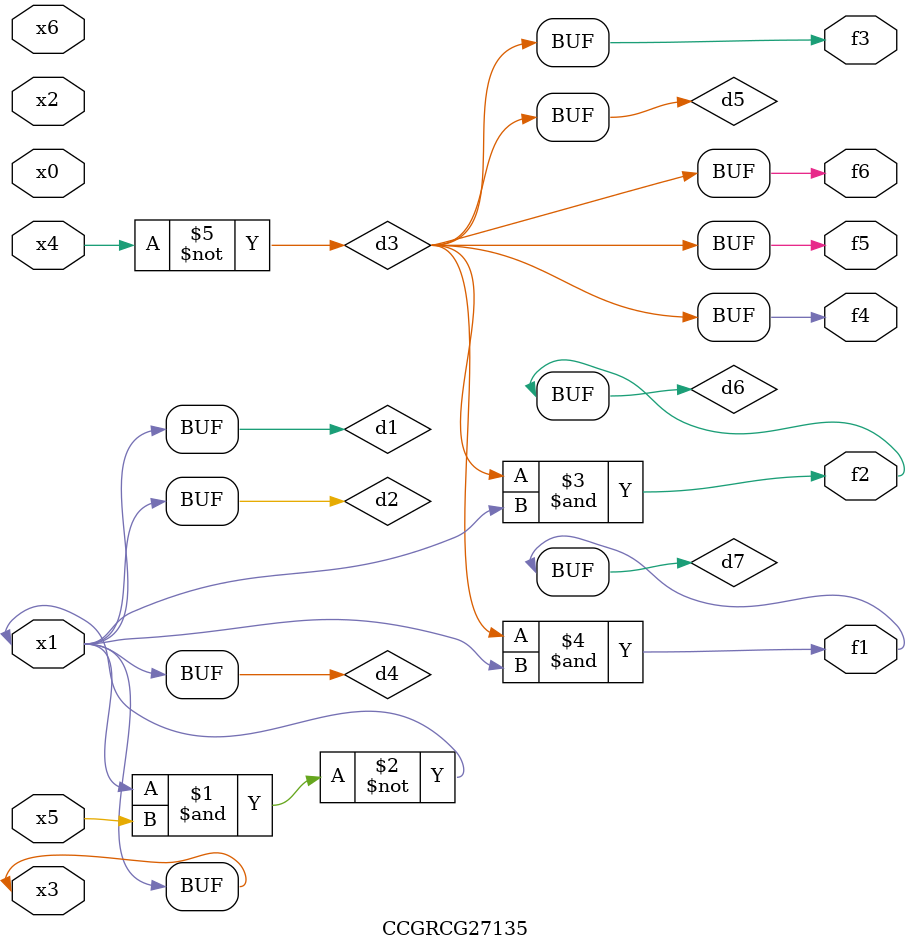
<source format=v>
module CCGRCG27135(
	input x0, x1, x2, x3, x4, x5, x6,
	output f1, f2, f3, f4, f5, f6
);

	wire d1, d2, d3, d4, d5, d6, d7;

	buf (d1, x1, x3);
	nand (d2, x1, x5);
	not (d3, x4);
	buf (d4, d1, d2);
	buf (d5, d3);
	and (d6, d3, d4);
	and (d7, d3, d4);
	assign f1 = d7;
	assign f2 = d6;
	assign f3 = d5;
	assign f4 = d5;
	assign f5 = d5;
	assign f6 = d5;
endmodule

</source>
